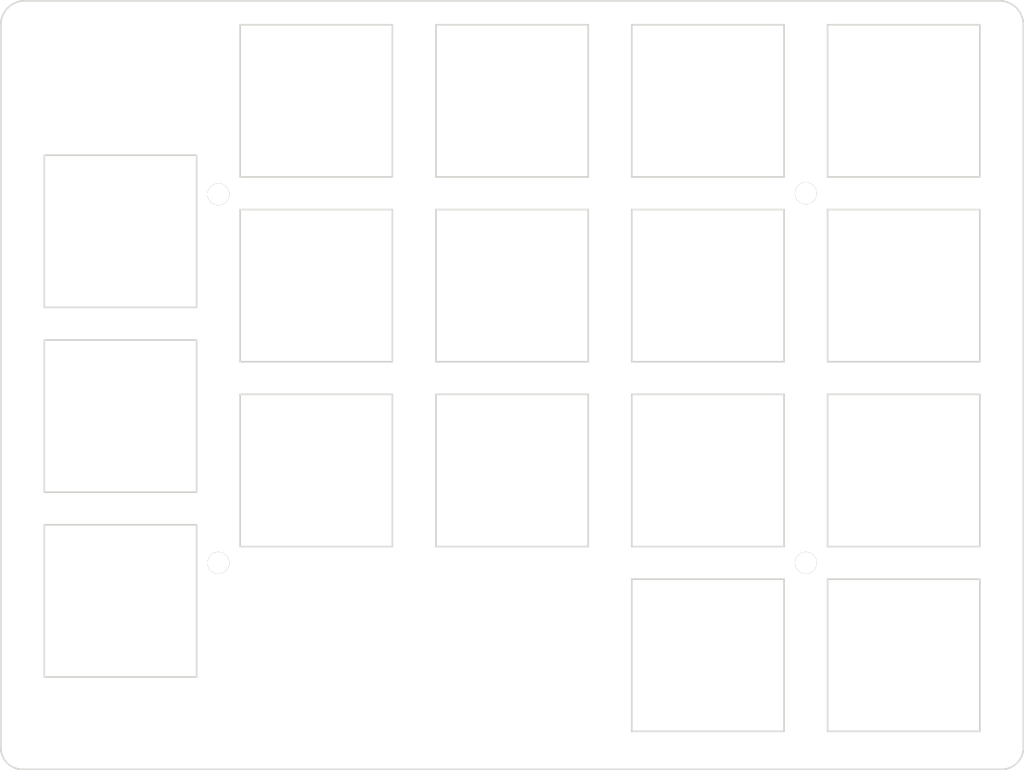
<source format=kicad_pcb>
(kicad_pcb (version 20221018) (generator pcbnew)
  (title_block (title "Floppy") (date "2024-10-25") (rev "0.0.1") (company "SuperFola") (comment 1 "https://github.com/SuperFola/floppy"))
  (layers (0 "F.Cu" signal) (31 "B.Cu" signal) (34 "B.Paste" user) (35 "F.Paste" user) (36 "B.SilkS" user "B.Silkscreen") (37 "F.SilkS" user "F.Silkscreen") (38 "B.Mask" user) (39 "F.Mask" user) (44 "Edge.Cuts" user))
  (net 0 "")
  (footprint "floppy:M2_2mm_hole" (layer "F.Cu") (at 178.5 78.2)
    (fp_text reference "REF**" hide)
    (fp_text value "M2_2mm_hole" hide)
    (pad "" thru_hole circle (at 0 0) (size 2 2) (drill 2) (layers "*.Cu" "*.Mask"))
  )
  (footprint "floppy:M2_2mm_hole" (layer "F.Cu") (at 178.5 112.2)
    (fp_text reference "REF**" hide)
    (fp_text value "M2_2mm_hole" hide)
    (pad "" thru_hole circle (at 0 0) (size 2 2) (drill 2) (layers "*.Cu" "*.Mask"))
  )
  (footprint "floppy:M2_2mm_hole" (layer "F.Cu") (at 124.5 112.2)
    (fp_text reference "REF**" hide)
    (fp_text value "M2_2mm_hole" hide)
    (pad "" thru_hole circle (at 0 0) (size 2 2) (drill 2) (layers "*.Cu" "*.Mask"))
  )
  (footprint "floppy:M2_2mm_hole" (layer "F.Cu") (at 124.5 78.3)
    (fp_text reference "REF**" hide)
    (fp_text value "M2_2mm_hole" hide)
    (pad "" thru_hole circle (at 0 0) (size 2 2) (drill 2) (layers "*.Cu" "*.Mask"))
  )
  (gr_line (start 176.5 76.7) (end 162.5 76.7) (stroke (width 0.15)) (layer "Edge.Cuts"))
  (gr_line (start 162.5 127.7) (end 162.5 113.7) (stroke (width 0.15)) (layer "Edge.Cuts"))
  (gr_line (start 158.5 62.7) (end 158.5 76.7) (stroke (width 0.15)) (layer "Edge.Cuts"))
  (gr_line (start 194.5 96.7) (end 194.5 110.7) (stroke (width 0.15)) (layer "Edge.Cuts"))
  (gr_line (start 126.5 93.7) (end 126.5 79.7) (stroke (width 0.15)) (layer "Edge.Cuts"))
  (gr_line (start 144.5 93.7) (end 144.5 79.7) (stroke (width 0.15)) (layer "Edge.Cuts"))
  (gr_line (start 158.5 76.7) (end 144.5 76.7) (stroke (width 0.15)) (layer "Edge.Cuts"))
  (gr_line (start 140.5 96.7) (end 140.5 110.7) (stroke (width 0.15)) (layer "Edge.Cuts"))
  (gr_line (start 158.5 96.7) (end 158.5 110.7) (stroke (width 0.15)) (layer "Edge.Cuts"))
  (gr_line (start 126.5 110.7) (end 126.5 96.7) (stroke (width 0.15)) (layer "Edge.Cuts"))
  (gr_line (start 144.5 110.7) (end 144.5 96.7) (stroke (width 0.15)) (layer "Edge.Cuts"))
  (gr_line (start 162.5 96.7) (end 176.5 96.7) (stroke (width 0.15)) (layer "Edge.Cuts"))
  (gr_line (start 126.5 96.7) (end 140.5 96.7) (stroke (width 0.15)) (layer "Edge.Cuts"))
  (gr_line (start 180.5 76.7) (end 180.5 62.7) (stroke (width 0.15)) (layer "Edge.Cuts"))
  (gr_line (start 162.5 110.7) (end 162.5 96.7) (stroke (width 0.15)) (layer "Edge.Cuts"))
  (gr_line (start 108.5 88.7) (end 108.5 74.7) (stroke (width 0.15)) (layer "Edge.Cuts"))
  (gr_line (start 180.5 127.7) (end 180.5 113.7) (stroke (width 0.15)) (layer "Edge.Cuts"))
  (gr_line (start 126.5 62.7) (end 140.5 62.7) (stroke (width 0.15)) (layer "Edge.Cuts"))
  (gr_line (start 176.5 79.7) (end 176.5 93.7) (stroke (width 0.15)) (layer "Edge.Cuts"))
  (gr_arc (start 104.5 62.7) (mid 105.144365 61.144365) (end 106.7 60.5) (stroke (width 0.15)) (layer "Edge.Cuts"))
  (gr_line (start 104.5 129.2) (end 104.5 62.7) (stroke (width 0.15)) (layer "Edge.Cuts"))
  (gr_line (start 108.5 91.7) (end 122.5 91.7) (stroke (width 0.15)) (layer "Edge.Cuts"))
  (gr_line (start 162.5 113.7) (end 176.5 113.7) (stroke (width 0.15)) (layer "Edge.Cuts"))
  (gr_line (start 144.5 96.7) (end 158.5 96.7) (stroke (width 0.15)) (layer "Edge.Cuts"))
  (gr_line (start 122.5 105.7) (end 108.5 105.7) (stroke (width 0.15)) (layer "Edge.Cuts"))
  (gr_line (start 180.5 79.7) (end 194.5 79.7) (stroke (width 0.15)) (layer "Edge.Cuts"))
  (gr_line (start 140.5 93.7) (end 126.5 93.7) (stroke (width 0.15)) (layer "Edge.Cuts"))
  (gr_line (start 176.5 113.7) (end 176.5 127.7) (stroke (width 0.15)) (layer "Edge.Cuts"))
  (gr_line (start 196.3 60.5) (end 106.7 60.5) (stroke (width 0.15)) (layer "Edge.Cuts"))
  (gr_line (start 180.5 93.7) (end 180.5 79.7) (stroke (width 0.15)) (layer "Edge.Cuts"))
  (gr_line (start 122.5 122.7) (end 108.5 122.7) (stroke (width 0.15)) (layer "Edge.Cuts"))
  (gr_line (start 108.5 105.7) (end 108.5 91.7) (stroke (width 0.15)) (layer "Edge.Cuts"))
  (gr_line (start 180.5 113.7) (end 194.5 113.7) (stroke (width 0.15)) (layer "Edge.Cuts"))
  (gr_line (start 122.5 88.7) (end 108.5 88.7) (stroke (width 0.15)) (layer "Edge.Cuts"))
  (gr_line (start 158.5 93.7) (end 144.5 93.7) (stroke (width 0.15)) (layer "Edge.Cuts"))
  (gr_line (start 158.5 110.7) (end 144.5 110.7) (stroke (width 0.15)) (layer "Edge.Cuts"))
  (gr_line (start 162.5 76.7) (end 162.5 62.7) (stroke (width 0.15)) (layer "Edge.Cuts"))
  (gr_line (start 122.5 74.7) (end 122.5 88.7) (stroke (width 0.15)) (layer "Edge.Cuts"))
  (gr_line (start 162.5 62.7) (end 176.5 62.7) (stroke (width 0.15)) (layer "Edge.Cuts"))
  (gr_line (start 144.5 62.7) (end 158.5 62.7) (stroke (width 0.15)) (layer "Edge.Cuts"))
  (gr_line (start 194.5 113.7) (end 194.5 127.7) (stroke (width 0.15)) (layer "Edge.Cuts"))
  (gr_line (start 176.5 93.7) (end 162.5 93.7) (stroke (width 0.15)) (layer "Edge.Cuts"))
  (gr_line (start 140.5 76.7) (end 126.5 76.7) (stroke (width 0.15)) (layer "Edge.Cuts"))
  (gr_line (start 108.5 108.7) (end 122.5 108.7) (stroke (width 0.15)) (layer "Edge.Cuts"))
  (gr_line (start 194.5 93.7) (end 180.5 93.7) (stroke (width 0.15)) (layer "Edge.Cuts"))
  (gr_arc (start 198.5 129.2) (mid 197.914214 130.614214) (end 196.5 131.2) (stroke (width 0.15)) (layer "Edge.Cuts"))
  (gr_line (start 108.5 122.7) (end 108.5 108.7) (stroke (width 0.15)) (layer "Edge.Cuts"))
  (gr_line (start 122.5 91.7) (end 122.5 105.7) (stroke (width 0.15)) (layer "Edge.Cuts"))
  (gr_line (start 108.5 74.7) (end 122.5 74.7) (stroke (width 0.15)) (layer "Edge.Cuts"))
  (gr_line (start 140.5 110.7) (end 126.5 110.7) (stroke (width 0.15)) (layer "Edge.Cuts"))
  (gr_line (start 122.5 108.7) (end 122.5 122.7) (stroke (width 0.15)) (layer "Edge.Cuts"))
  (gr_line (start 144.5 79.7) (end 158.5 79.7) (stroke (width 0.15)) (layer "Edge.Cuts"))
  (gr_line (start 162.5 93.7) (end 162.5 79.7) (stroke (width 0.15)) (layer "Edge.Cuts"))
  (gr_line (start 176.5 110.7) (end 162.5 110.7) (stroke (width 0.15)) (layer "Edge.Cuts"))
  (gr_line (start 194.5 110.7) (end 180.5 110.7) (stroke (width 0.15)) (layer "Edge.Cuts"))
  (gr_line (start 180.5 62.7) (end 194.5 62.7) (stroke (width 0.15)) (layer "Edge.Cuts"))
  (gr_line (start 198.5 129.2) (end 198.5 62.7) (stroke (width 0.15)) (layer "Edge.Cuts"))
  (gr_line (start 126.5 79.7) (end 140.5 79.7) (stroke (width 0.15)) (layer "Edge.Cuts"))
  (gr_line (start 194.5 62.7) (end 194.5 76.7) (stroke (width 0.15)) (layer "Edge.Cuts"))
  (gr_line (start 176.5 62.7) (end 176.5 76.7) (stroke (width 0.15)) (layer "Edge.Cuts"))
  (gr_line (start 140.5 79.7) (end 140.5 93.7) (stroke (width 0.15)) (layer "Edge.Cuts"))
  (gr_line (start 194.5 76.7) (end 180.5 76.7) (stroke (width 0.15)) (layer "Edge.Cuts"))
  (gr_line (start 194.5 79.7) (end 194.5 93.7) (stroke (width 0.15)) (layer "Edge.Cuts"))
  (gr_arc (start 196.3 60.5) (mid 197.855635 61.144365) (end 198.5 62.7) (stroke (width 0.15)) (layer "Edge.Cuts"))
  (gr_line (start 140.5 62.7) (end 140.5 76.7) (stroke (width 0.15)) (layer "Edge.Cuts"))
  (gr_line (start 180.5 110.7) (end 180.5 96.7) (stroke (width 0.15)) (layer "Edge.Cuts"))
  (gr_line (start 176.5 127.7) (end 162.5 127.7) (stroke (width 0.15)) (layer "Edge.Cuts"))
  (gr_line (start 162.5 79.7) (end 176.5 79.7) (stroke (width 0.15)) (layer "Edge.Cuts"))
  (gr_line (start 158.5 79.7) (end 158.5 93.7) (stroke (width 0.15)) (layer "Edge.Cuts"))
  (gr_line (start 176.5 96.7) (end 176.5 110.7) (stroke (width 0.15)) (layer "Edge.Cuts"))
  (gr_line (start 194.5 127.7) (end 180.5 127.7) (stroke (width 0.15)) (layer "Edge.Cuts"))
  (gr_line (start 144.5 76.7) (end 144.5 62.7) (stroke (width 0.15)) (layer "Edge.Cuts"))
  (gr_line (start 196.5 131.2) (end 106.5 131.2) (stroke (width 0.15)) (layer "Edge.Cuts"))
  (gr_line (start 126.5 76.7) (end 126.5 62.7) (stroke (width 0.15)) (layer "Edge.Cuts"))
  (gr_line (start 180.5 96.7) (end 194.5 96.7) (stroke (width 0.15)) (layer "Edge.Cuts"))
  (gr_arc (start 106.5 131.2) (mid 105.085786 130.614214) (end 104.5 129.2) (stroke (width 0.15)) (layer "Edge.Cuts"))
)
</source>
